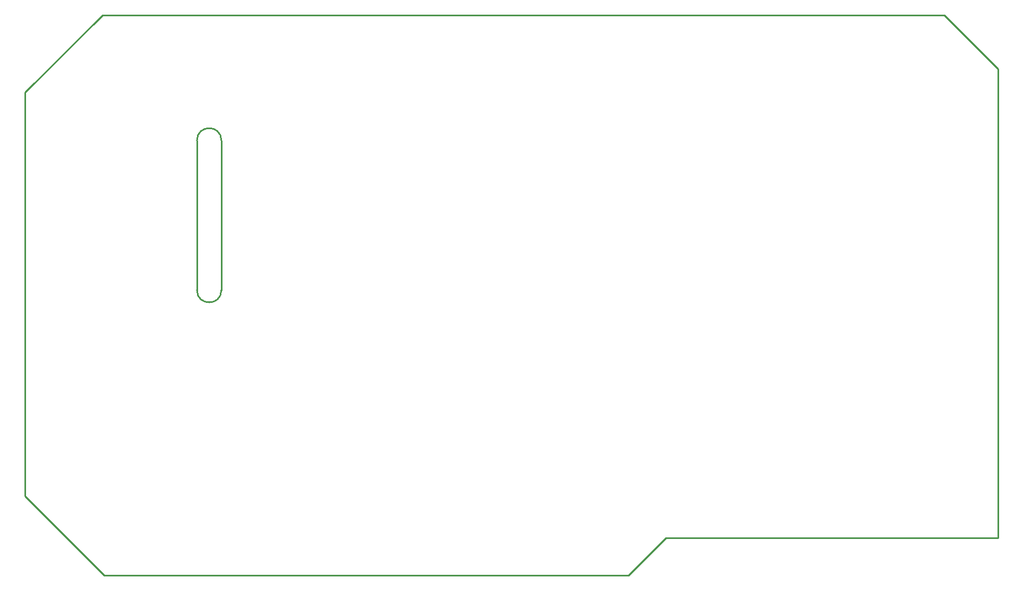
<source format=gm1>
G04*
G04 #@! TF.GenerationSoftware,Altium Limited,Altium Designer,22.1.2 (22)*
G04*
G04 Layer_Color=16711935*
%FSLAX44Y44*%
%MOMM*%
G71*
G04*
G04 #@! TF.SameCoordinates,ACB05888-95A5-4360-B840-782E19AB6677*
G04*
G04*
G04 #@! TF.FilePolarity,Positive*
G04*
G01*
G75*
%ADD13C,0.2540*%
D13*
X2184400Y812800D02*
G03*
X2222500Y812800I19050J0D01*
G01*
Y1046480D02*
G03*
X2184400Y1046480I-19050J0D01*
G01*
X1916430Y491490D02*
Y1121410D01*
X2037080Y1242060D01*
X2682240D01*
X2828290D01*
X3350260D01*
X3434080Y1158240D01*
Y426720D02*
Y1158240D01*
X3037840Y426720D02*
X3434080D01*
X2915920D02*
X3037840D01*
X2857500Y368300D02*
X2915920Y426720D01*
X2311400Y368300D02*
X2857500D01*
X2039620D02*
X2311400D01*
X1916430Y491490D02*
X2039620Y368300D01*
X2222500Y812800D02*
Y1046480D01*
X2184400Y812800D02*
Y1046480D01*
M02*

</source>
